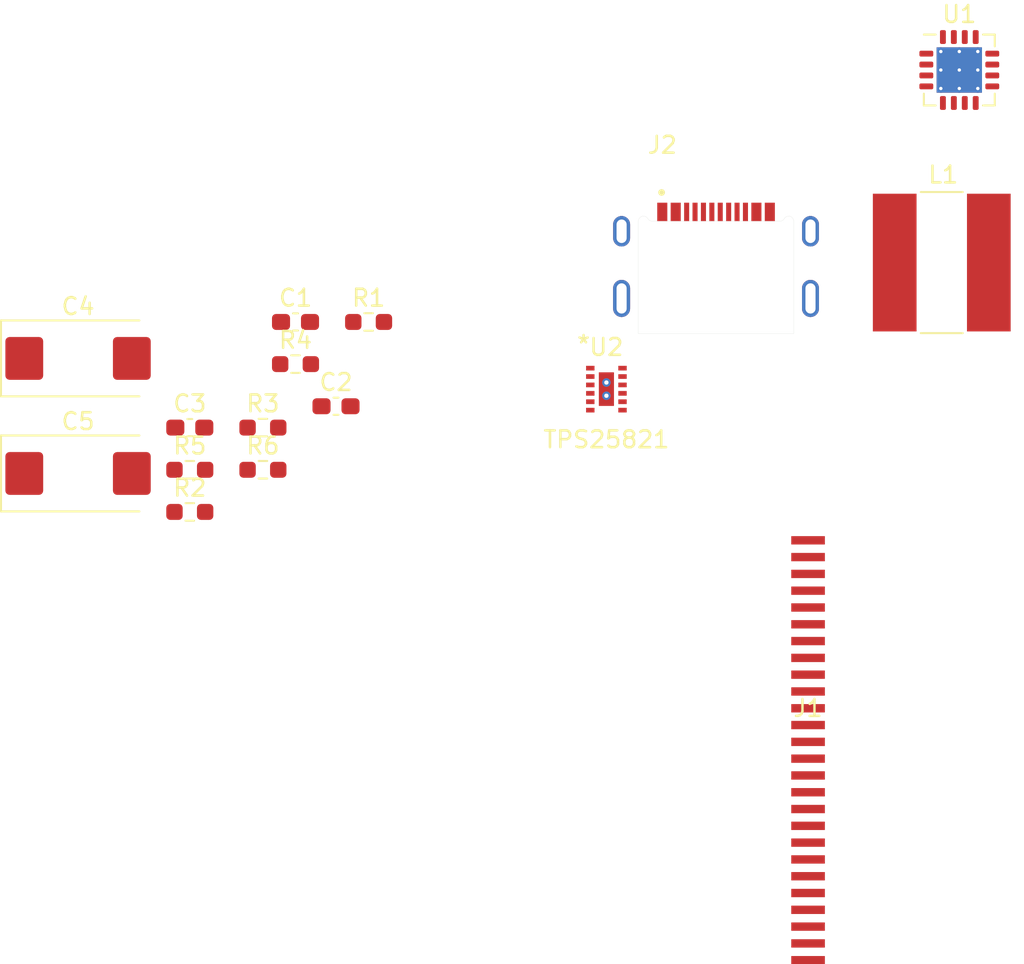
<source format=kicad_pcb>
(kicad_pcb (version 20211014) (generator pcbnew)
  (layers (0 "F.Cu" signal) (31 "B.Cu" signal) (34 "B.Paste" user) (35 "F.Paste" user) (36 "B.SilkS" user "B.Silkscreen") (37 "F.SilkS" user "F.Silkscreen") (38 "B.Mask" user) (39 "F.Mask" user) (44 "Edge.Cuts" user))
  (net 0 "")
  (net 1 "+3.3V")
  (net 2 "GND")
  (net 3 "+5V")
  (net 4 "Net-(J1-Pad12)")
  (net 5 "Net-(J1-Pad8)")
  (net 6 "Net-(J1-Pad7)")
  (net 7 "Net-(R3-Pad2)")
  (net 8 "Net-(R5-Pad2)")
  (net 9 "Net-(R6-Pad1)")
  (net 11 "Net-(L1-Pad1)")
  (net 13 "Net-(J2-PadA5)")
  (net 14 "/D+")
  (net 15 "/D-")
  (net 17 "Net-(J2-PadB5)")
  (net 22 "/VBUS")
  (footprint "Capacitor_SMD:C_0603_1608Metric_Pad1.08x0.95mm_HandSolder" (layer "F.Cu") (at 107.21 74.79)
    (fp_text reference "C3" (at 0 -1.43) (layer "F.SilkS"))
    (fp_text value "2.2uF")
    (fp_line (start -0.146267 -0.51) (end 0.146267 -0.51) (layer "F.SilkS") (width 0.12))
    (fp_line (start -0.146267 0.51) (end 0.146267 0.51) (layer "F.SilkS") (width 0.12))
    (pad "1" smd roundrect (at -0.8625 0) (size 1.075 0.95) (layers "F.Cu" "F.Paste" "F.Mask") (net 3 "+5V"))
    (pad "2" smd roundrect (at 0.8625 0) (size 1.075 0.95) (layers "F.Cu" "F.Paste" "F.Mask") (net 2 "GND"))
  )
  (footprint "Resistor_SMD:R_0603_1608Metric_Pad0.98x0.95mm_HandSolder" (layer "F.Cu") (at 107.21 79.81)
    (fp_text reference "R2" (at 0 -1.43) (layer "F.SilkS"))
    (fp_text value "5k")
    (fp_line (start -0.254724 0.5225) (end 0.254724 0.5225) (layer "F.SilkS") (width 0.12))
    (fp_line (start -0.254724 -0.5225) (end 0.254724 -0.5225) (layer "F.SilkS") (width 0.12))
    (pad "1" smd roundrect (at -0.9125 0) (size 0.975 0.95) (layers "F.Cu" "F.Paste" "F.Mask") (net 4 "Net-(J1-Pad12)"))
    (pad "2" smd roundrect (at 0.9125 0) (size 0.975 0.95) (layers "F.Cu" "F.Paste" "F.Mask") (net 6 "Net-(J1-Pad7)"))
  )
  (footprint "Resistor_SMD:R_0603_1608Metric_Pad0.98x0.95mm_HandSolder" (layer "F.Cu") (at 107.21 77.3)
    (fp_text reference "R5" (at 0 -1.43) (layer "F.SilkS"))
    (fp_text value "100k")
    (fp_line (start -0.254724 0.5225) (end 0.254724 0.5225) (layer "F.SilkS") (width 0.12))
    (fp_line (start -0.254724 -0.5225) (end 0.254724 -0.5225) (layer "F.SilkS") (width 0.12))
    (pad "1" smd roundrect (at -0.9125 0) (size 0.975 0.95) (layers "F.Cu" "F.Paste" "F.Mask") (net 3 "+5V"))
    (pad "2" smd roundrect (at 0.9125 0) (size 0.975 0.95) (layers "F.Cu" "F.Paste" "F.Mask") (net 8 "Net-(R5-Pad2)"))
  )
  (footprint "Capacitor_SMD:C_0603_1608Metric_Pad1.08x0.95mm_HandSolder" (layer "F.Cu") (at 113.5 68.5)
    (fp_text reference "C1" (at 0 -1.43) (layer "F.SilkS"))
    (fp_text value "10uF")
    (fp_line (start -0.146267 0.51) (end 0.146267 0.51) (layer "F.SilkS") (width 0.12))
    (fp_line (start -0.146267 -0.51) (end 0.146267 -0.51) (layer "F.SilkS") (width 0.12))
    (pad "1" smd roundrect (at -0.8625 0) (size 1.075 0.95) (layers "F.Cu" "F.Paste" "F.Mask") (net 1 "+3.3V"))
    (pad "2" smd roundrect (at 0.8625 0) (size 1.075 0.95) (layers "F.Cu" "F.Paste" "F.Mask") (net 2 "GND"))
  )
  (footprint "tahnok:TPS25821DSSR" (layer "F.Cu") (at 132 72.5)
    (fp_text reference "U2" (at 0 -2.5) (layer "F.SilkS"))
    (fp_text value "TPS25821" (at 0 3) (layer "F.SilkS"))
    (fp_text user "*" (at -1.358737 -2.672908) (layer "F.SilkS"))
    (pad "1" smd rect (at -0.958723 -1.25) (size 0.500126 0.279908) (layers "F.Cu" "F.Paste" "F.Mask") (net 3 "+5V"))
    (pad "2" smd rect (at -0.958723 -0.750001) (size 0.500126 0.279908) (layers "F.Cu" "F.Paste" "F.Mask") (net 3 "+5V"))
    (pad "3" smd rect (at -0.958723 -0.25) (size 0.500126 0.279908) (layers "F.Cu" "F.Paste" "F.Mask") (net 2 "GND"))
    (pad "4" smd rect (at -0.958723 0.25) (size 0.500126 0.279908) (layers "F.Cu" "F.Paste" "F.Mask") (net 8 "Net-(R5-Pad2)"))
    (pad "5" smd rect (at -0.958723 0.750001) (size 0.500126 0.279908) (layers "F.Cu" "F.Paste" "F.Mask"))
    (pad "6" smd rect (at -0.958723 1.25) (size 0.500126 0.279908) (layers "F.Cu" "F.Paste" "F.Mask"))
    (pad "7" smd rect (at 0.958723 1.25) (size 0.500126 0.279908) (layers "F.Cu" "F.Paste" "F.Mask"))
    (pad "8" smd rect (at 0.958723 0.750001) (size 0.500126 0.279908) (layers "F.Cu" "F.Paste" "F.Mask") (net 9 "Net-(R6-Pad1)"))
    (pad "9" smd rect (at 0.958723 0.25) (size 0.500126 0.279908) (layers "F.Cu" "F.Paste" "F.Mask") (net 13 "Net-(J2-PadA5)"))
    (pad "10" smd rect (at 0.958723 -0.25) (size 0.500126 0.279908) (layers "F.Cu" "F.Paste" "F.Mask") (net 2 "GND"))
    (pad "11" smd rect (at 0.958723 -0.750001) (size 0.500126 0.279908) (layers "F.Cu" "F.Paste" "F.Mask") (net 17 "Net-(J2-PadB5)"))
    (pad "12" smd rect (at 0.958723 -1.25) (size 0.500126 0.279908) (layers "F.Cu" "F.Paste" "F.Mask") (net 22 "/VBUS"))
    (pad "13" smd rect (at 0 0) (size 0.9 2) (layers "F.Cu" "F.Paste" "F.Mask") (net 2 "GND"))
    (pad "V" thru_hole circle (at 0 -0.3937) (size 0.508 0.508) (drill 0.254) (layers *.Cu *.Mask))
    (pad "V" thru_hole circle (at 0 0.3937) (size 0.508 0.508) (drill 0.254) (layers *.Cu *.Mask))
  )
  (footprint "tahnok:MOLEX_2169900003_usb_c" (layer "F.Cu") (at 138.524514 67.0998)
    (fp_text reference "J2" (at -3.195 -9.135) (layer "F.SilkS"))
    (fp_text value "USB_C_Receptacle_USB2.0")
    (fp_poly (pts (xy 5.12 -0.6) (xy 5.12 0.6) (xy 5.123 0.652) (xy 5.131 0.704) (xy 5.144 0.755) (xy 5.163 0.803) (xy 5.187 0.85) (xy 5.215 0.894) (xy 5.248 0.935) (xy 5.285 0.972) (xy 5.326 1.005) (xy 5.37 1.033) (xy 5.417 1.057) (xy 5.465 1.076) (xy 5.516 1.089) (xy 5.568 1.097) (xy 5.62 1.1) (xy 5.672 1.097) (xy 5.724 1.089) (xy 5.775 1.076) (xy 5.823 1.057) (xy 5.87 1.033) (xy 5.914 1.005) (xy 5.955 0.972) (xy 5.992 0.935) (xy 6.025 0.894) (xy 6.053 0.85) (xy 6.077 0.803) (xy 6.096 0.755) (xy 6.109 0.704) (xy 6.117 0.652) (xy 6.12 0.6) (xy 6.12 -0.6) (xy 6.117 -0.652) (xy 6.109 -0.704) (xy 6.096 -0.755) (xy 6.077 -0.803) (xy 6.053 -0.85) (xy 6.025 -0.894) (xy 5.992 -0.935) (xy 5.955 -0.972) (xy 5.914 -1.005) (xy 5.87 -1.033) (xy 5.823 -1.057) (xy 5.775 -1.076) (xy 5.724 -1.089) (xy 5.672 -1.097) (xy 5.62 -1.1) (xy 5.568 -1.097) (xy 5.516 -1.089) (xy 5.465 -1.076) (xy 5.417 -1.057) (xy 5.37 -1.033) (xy 5.326 -1.005) (xy 5.285 -0.972) (xy 5.248 -0.935) (xy 5.215 -0.894) (xy 5.187 -0.85) (xy 5.163 -0.803) (xy 5.144 -0.755) (xy 5.131 -0.704) (xy 5.123 -0.652) (xy 5.12 -0.6)) (layer "F.Cu") (width 0.01) (fill solid))
    (fp_poly (pts (xy -5.12 -3.6) (xy -5.123 -3.548) (xy -5.131 -3.496) (xy -5.144 -3.445) (xy -5.163 -3.397) (xy -5.187 -3.35) (xy -5.215 -3.306) (xy -5.248 -3.265) (xy -5.285 -3.228) (xy -5.326 -3.195) (xy -5.37 -3.167) (xy -5.417 -3.143) (xy -5.465 -3.124) (xy -5.516 -3.111) (xy -5.568 -3.103) (xy -5.62 -3.1) (xy -5.672 -3.103) (xy -5.724 -3.111) (xy -5.775 -3.124) (xy -5.823 -3.143) (xy -5.87 -3.167) (xy -5.914 -3.195) (xy -5.955 -3.228) (xy -5.992 -3.265) (xy -6.025 -3.306) (xy -6.053 -3.35) (xy -6.077 -3.397) (xy -6.096 -3.445) (xy -6.109 -3.496) (xy -6.117 -3.548) (xy -6.12 -3.6) (xy -6.12 -4.4) (xy -6.117 -4.452) (xy -6.109 -4.504) (xy -6.096 -4.555) (xy -6.077 -4.603) (xy -6.053 -4.65) (xy -6.025 -4.694) (xy -5.992 -4.735) (xy -5.955 -4.772) (xy -5.914 -4.805) (xy -5.87 -4.833) (xy -5.823 -4.857) (xy -5.775 -4.876) (xy -5.724 -4.889) (xy -5.672 -4.897) (xy -5.62 -4.9) (xy -5.568 -4.897) (xy -5.516 -4.889) (xy -5.465 -4.876) (xy -5.417 -4.857) (xy -5.37 -4.833) (xy -5.326 -4.805) (xy -5.285 -4.772) (xy -5.248 -4.735) (xy -5.215 -4.694) (xy -5.187 -4.65) (xy -5.163 -4.603) (xy -5.144 -4.555) (xy -5.131 -4.504) (xy -5.123 -4.452) (xy -5.12 -4.4) (xy -5.12 -3.6)) (layer "F.Cu") (width 0.01) (fill solid))
    (fp_poly (pts (xy 5.12 -4.4) (xy 5.12 -3.6) (xy 5.123 -3.548) (xy 5.131 -3.496) (xy 5.144 -3.445) (xy 5.163 -3.397) (xy 5.187 -3.35) (xy 5.215 -3.306) (xy 5.248 -3.265) (xy 5.285 -3.228) (xy 5.326 -3.195) (xy 5.37 -3.167) (xy 5.417 -3.143) (xy 5.465 -3.124) (xy 5.516 -3.111) (xy 5.568 -3.103) (xy 5.62 -3.1) (xy 5.672 -3.103) (xy 5.724 -3.111) (xy 5.775 -3.124) (xy 5.823 -3.143) (xy 5.87 -3.167) (xy 5.914 -3.195) (xy 5.955 -3.228) (xy 5.992 -3.265) (xy 6.025 -3.306) (xy 6.053 -3.35) (xy 6.077 -3.397) (xy 6.096 -3.445) (xy 6.109 -3.496) (xy 6.117 -3.548) (xy 6.12 -3.6) (xy 6.12 -4.4) (xy 6.117 -4.452) (xy 6.109 -4.504) (xy 6.096 -4.555) (xy 6.077 -4.603) (xy 6.053 -4.65) (xy 6.025 -4.694) (xy 5.992 -4.735) (xy 5.955 -4.772) (xy 5.914 -4.805) (xy 5.87 -4.833) (xy 5.823 -4.857) (xy 5.775 -4.876) (xy 5.724 -4.889) (xy 5.672 -4.897) (xy 5.62 -4.9) (xy 5.568 -4.897) (xy 5.516 -4.889) (xy 5.465 -4.876) (xy 5.417 -4.857) (xy 5.37 -4.833) (xy 5.326 -4.805) (xy 5.285 -4.772) (xy 5.248 -4.735) (xy 5.215 -4.694) (xy 5.187 -4.65) (xy 5.163 -4.603) (xy 5.144 -4.555) (xy 5.131 -4.504) (xy 5.123 -4.452) (xy 5.12 -4.4)) (layer "F.Cu") (width 0.01) (fill solid))
    (fp_poly (pts (xy -6.12 -0.6) (xy -6.12 0.6) (xy -6.117 0.652) (xy -6.109 0.704) (xy -6.096 0.755) (xy -6.077 0.803) (xy -6.053 0.85) (xy -6.025 0.894) (xy -5.992 0.935) (xy -5.955 0.972) (xy -5.914 1.005) (xy -5.87 1.033) (xy -5.823 1.057) (xy -5.775 1.076) (xy -5.724 1.089) (xy -5.672 1.097) (xy -5.62 1.1) (xy -5.568 1.097) (xy -5.516 1.089) (xy -5.465 1.076) (xy -5.417 1.057) (xy -5.37 1.033) (xy -5.326 1.005) (xy -5.285 0.972) (xy -5.248 0.935) (xy -5.215 0.894) (xy -5.187 0.85) (xy -5.163 0.803) (xy -5.144 0.755) (xy -5.131 0.704) (xy -5.123 0.652) (xy -5.12 0.6) (xy -5.12 -0.6) (xy -5.123 -0.652) (xy -5.131 -0.704) (xy -5.144 -0.755) (xy -5.163 -0.803) (xy -5.187 -0.85) (xy -5.215 -0.894) (xy -5.248 -0.935) (xy -5.285 -0.972) (xy -5.326 -1.005) (xy -5.37 -1.033) (xy -5.417 -1.057) (xy -5.465 -1.076) (xy -5.516 -1.089) (xy -5.568 -1.097) (xy -5.62 -1.1) (xy -5.672 -1.097) (xy -5.724 -1.089) (xy -5.775 -1.076) (xy -5.823 -1.057) (xy -5.87 -1.033) (xy -5.914 -1.005) (xy -5.955 -0.972) (xy -5.992 -0.935) (xy -6.025 -0.894) (xy -6.053 -0.85) (xy -6.077 -0.803) (xy -6.096 -0.755) (xy -6.109 -0.704) (xy -6.117 -0.652) (xy -6.12 -0.6)) (layer "F.Cu") (width 0.01) (fill solid))
    (fp_poly (pts (xy 5.12 -4.4) (xy 5.12 -3.6) (xy 5.123 -3.548) (xy 5.131 -3.496) (xy 5.144 -3.445) (xy 5.163 -3.397) (xy 5.187 -3.35) (xy 5.215 -3.306) (xy 5.248 -3.265) (xy 5.285 -3.228) (xy 5.326 -3.195) (xy 5.37 -3.167) (xy 5.417 -3.143) (xy 5.465 -3.124) (xy 5.516 -3.111) (xy 5.568 -3.103) (xy 5.62 -3.1) (xy 5.672 -3.103) (xy 5.724 -3.111) (xy 5.775 -3.124) (xy 5.823 -3.143) (xy 5.87 -3.167) (xy 5.914 -3.195) (xy 5.955 -3.228) (xy 5.992 -3.265) (xy 6.025 -3.306) (xy 6.053 -3.35) (xy 6.077 -3.397) (xy 6.096 -3.445) (xy 6.109 -3.496) (xy 6.117 -3.548) (xy 6.12 -3.6) (xy 6.12 -4.4) (xy 6.117 -4.452) (xy 6.109 -4.504) (xy 6.096 -4.555) (xy 6.077 -4.603) (xy 6.053 -4.65) (xy 6.025 -4.694) (xy 5.992 -4.735) (xy 5.955 -4.772) (xy 5.914 -4.805) (xy 5.87 -4.833) (xy 5.823 -4.857) (xy 5.775 -4.876) (xy 5.724 -4.889) (xy 5.672 -4.897) (xy 5.62 -4.9) (xy 5.568 -4.897) (xy 5.516 -4.889) (xy 5.465 -4.876) (xy 5.417 -4.857) (xy 5.37 -4.833) (xy 5.326 -4.805) (xy 5.285 -4.772) (xy 5.248 -4.735) (xy 5.215 -4.694) (xy 5.187 -4.65) (xy 5.163 -4.603) (xy 5.144 -4.555) (xy 5.131 -4.504) (xy 5.123 -4.452) (xy 5.12 -4.4)) (layer "B.Cu") (width 0.01) (fill solid))
    (fp_poly (pts (xy -5.12 -3.6) (xy -5.123 -3.548) (xy -5.131 -3.496) (xy -5.144 -3.445) (xy -5.163 -3.397) (xy -5.187 -3.35) (xy -5.215 -3.306) (xy -5.248 -3.265) (xy -5.285 -3.228) (xy -5.326 -3.195) (xy -5.37 -3.167) (xy -5.417 -3.143) (xy -5.465 -3.124) (xy -5.516 -3.111) (xy -5.568 -3.103) (xy -5.62 -3.1) (xy -5.672 -3.103) (xy -5.724 -3.111) (xy -5.775 -3.124) (xy -5.823 -3.143) (xy -5.87 -3.167) (xy -5.914 -3.195) (xy -5.955 -3.228) (xy -5.992 -3.265) (xy -6.025 -3.306) (xy -6.053 -3.35) (xy -6.077 -3.397) (xy -6.096 -3.445) (xy -6.109 -3.496) (xy -6.117 -3.548) (xy -6.12 -3.6) (xy -6.12 -4.4) (xy -6.117 -4.452) (xy -6.109 -4.504) (xy -6.096 -4.555) (xy -6.077 -4.603) (xy -6.053 -4.65) (xy -6.025 -4.694) (xy -5.992 -4.735) (xy -5.955 -4.772) (xy -5.914 -4.805) (xy -5.87 -4.833) (xy -5.823 -4.857) (xy -5.775 -4.876) (xy -5.724 -4.889) (xy -5.672 -4.897) (xy -5.62 -4.9) (xy -5.568 -4.897) (xy -5.516 -4.889) (xy -5.465 -4.876) (xy -5.417 -4.857) (xy -5.37 -4.833) (xy -5.326 -4.805) (xy -5.285 -4.772) (xy -5.248 -4.735) (xy -5.215 -4.694) (xy -5.187 -4.65) (xy -5.163 -4.603) (xy -5.144 -4.555) (xy -5.131 -4.504) (xy -5.123 -4.452) (xy -5.12 -4.4) (xy -5.12 -3.6)) (layer "B.Cu") (width 0.01) (fill solid))
    (fp_poly (pts (xy -6.12 -0.6) (xy -6.12 0.6) (xy -6.117 0.652) (xy -6.109 0.704) (xy -6.096 0.755) (xy -6.077 0.803) (xy -6.053 0.85) (xy -6.025 0.894) (xy -5.992 0.935) (xy -5.955 0.972) (xy -5.914 1.005) (xy -5.87 1.033) (xy -5.823 1.057) (xy -5.775 1.076) (xy -5.724 1.089) (xy -5.672 1.097) (xy -5.62 1.1) (xy -5.568 1.097) (xy -5.516 1.089) (xy -5.465 1.076) (xy -5.417 1.057) (xy -5.37 1.033) (xy -5.326 1.005) (xy -5.285 0.972) (xy -5.248 0.935) (xy -5.215 0.894) (xy -5.187 0.85) (xy -5.163 0.803) (xy -5.144 0.755) (xy -5.131 0.704) (xy -5.123 0.652) (xy -5.12 0.6) (xy -5.12 -0.6) (xy -5.123 -0.652) (xy -5.131 -0.704) (xy -5.144 -0.755) (xy -5.163 -0.803) (xy -5.187 -0.85) (xy -5.215 -0.894) (xy -5.248 -0.935) (xy -5.285 -0.972) (xy -5.326 -1.005) (xy -5.37 -1.033) (xy -5.417 -1.057) (xy -5.465 -1.076) (xy -5.516 -1.089) (xy -5.568 -1.097) (xy -5.62 -1.1) (xy -5.672 -1.097) (xy -5.724 -1.089) (xy -5.775 -1.076) (xy -5.823 -1.057) (xy -5.87 -1.033) (xy -5.914 -1.005) (xy -5.955 -0.972) (xy -5.992 -0.935) (xy -6.025 -0.894) (xy -6.053 -0.85) (xy -6.077 -0.803) (xy -6.096 -0.755) (xy -6.109 -0.704) (xy -6.117 -0.652) (xy -6.12 -0.6)) (layer "B.Cu") (width 0.01) (fill solid))
    (fp_poly (pts (xy 5.12 -0.6) (xy 5.12 0.6) (xy 5.123 0.652) (xy 5.131 0.704) (xy 5.144 0.755) (xy 5.163 0.803) (xy 5.187 0.85) (xy 5.215 0.894) (xy 5.248 0.935) (xy 5.285 0.972) (xy 5.326 1.005) (xy 5.37 1.033) (xy 5.417 1.057) (xy 5.465 1.076) (xy 5.516 1.089) (xy 5.568 1.097) (xy 5.62 1.1) (xy 5.672 1.097) (xy 5.724 1.089) (xy 5.775 1.076) (xy 5.823 1.057) (xy 5.87 1.033) (xy 5.914 1.005) (xy 5.955 0.972) (xy 5.992 0.935) (xy 6.025 0.894) (xy 6.053 0.85) (xy 6.077 0.803) (xy 6.096 0.755) (xy 6.109 0.704) (xy 6.117 0.652) (xy 6.12 0.6) (xy 6.12 -0.6) (xy 6.117 -0.652) (xy 6.109 -0.704) (xy 6.096 -0.755) (xy 6.077 -0.803) (xy 6.053 -0.85) (xy 6.025 -0.894) (xy 5.992 -0.935) (xy 5.955 -0.972) (xy 5.914 -1.005) (xy 5.87 -1.033) (xy 5.823 -1.057) (xy 5.775 -1.076) (xy 5.724 -1.089) (xy 5.672 -1.097) (xy 5.62 -1.1) (xy 5.568 -1.097) (xy 5.516 -1.089) (xy 5.465 -1.076) (xy 5.417 -1.057) (xy 5.37 -1.033) (xy 5.326 -1.005) (xy 5.285 -0.972) (xy 5.248 -0.935) (xy 5.215 -0.894) (xy 5.187 -0.85) (xy 5.163 -0.803) (xy 5.144 -0.755) (xy 5.131 -0.704) (xy 5.123 -0.652) (xy 5.12 -0.6)) (layer "B.Cu") (width 0.01) (fill solid))
    (fp_circle (center -3.24 -6.31) (end -3.14 -6.31) (layer "F.SilkS") (width 0.2) (fill none))
    (fp_line (start 4.62 2.1) (end 4.62 -4.6) (layer "Edge.Cuts") (width 0.01))
    (fp_line (start -3.80038 -4.6) (end 3.80038 -4.6) (layer "Edge.Cuts") (width 0.01))
    (fp_line (start -4.62 2.1) (end -4.62 -4.6) (layer "Edge.Cuts") (width 0.01))
    (fp_line (start -4.62 2.1) (end 4.62 2.1) (layer "Edge.Cuts") (width 0.01))
    (fp_arc (start 4.06019 -4.75) (mid 3.95038 -4.640198) (end 3.80038 -4.6) (layer "Edge.Cuts") (width 0.01))
    (fp_arc (start -3.80038 -4.6) (mid -3.950382 -4.640191) (end -4.060191 -4.75) (layer "Edge.Cuts") (width 0.01))
    (fp_arc (start -4.62 -4.6) (mid -4.397645 -4.889779) (end -4.060191 -4.75) (layer "Edge.Cuts") (width 0.01))
    (fp_arc (start 4.06019 -4.75) (mid 4.397645 -4.88978) (end 4.62 -4.600001) (layer "Edge.Cuts") (width 0.01))
    (pad "A1_B12" smd rect (at -3.2 -5.15) (size 0.6 1.1) (layers "F.Cu" "F.Paste" "F.Mask") (net 2 "GND"))
    (pad "A4_B9" smd rect (at -2.4 -5.15) (size 0.6 1.1) (layers "F.Cu" "F.Paste" "F.Mask") (net 22 "/VBUS"))
    (pad "A5" smd rect (at -1.25 -5.15) (size 0.3 1.1) (layers "F.Cu" "F.Paste" "F.Mask") (net 13 "Net-(J2-PadA5)"))
    (pad "A6" smd rect (at -0.25 -5.15) (size 0.3 1.1) (layers "F.Cu" "F.Paste" "F.Mask") (net 14 "/D+"))
    (pad "A7" smd rect (at 0.25 -5.15) (size 0.3 1.1) (layers "F.Cu" "F.Paste" "F.Mask") (net 15 "/D-"))
    (pad "A8" smd rect (at 1.25 -5.15) (size 0.3 1.1) (layers "F.Cu" "F.Paste" "F.Mask"))
    (pad "B1_A12" smd rect (at 3.2 -5.15) (size 0.6 1.1) (layers "F.Cu" "F.Paste" "F.Mask") (net 2 "GND"))
    (pad "B4_A9" smd rect (at 2.4 -5.15) (size 0.6 1.1) (layers "F.Cu" "F.Paste" "F.Mask") (net 22 "/VBUS"))
    (pad "B5" smd rect (at 1.75 -5.15) (size 0.3 1.1) (layers "F.Cu" "F.Paste" "F.Mask") (net 17 "Net-(J2-PadB5)"))
    (pad "B6" smd rect (at 0.75 -5.15) (size 0.3 1.1) (layers "F.Cu" "F.Paste" "F.Mask") (net 14 "/D+"))
    (pad "B7" smd rect (at -0.75 -5.15) (size 0.3 1.1) (layers "F.Cu" "F.Paste" "F.Mask") (net 15 "/D-"))
    (pad "B8" smd rect (at -1.75 -5.15) (size 0.3 1.1) (layers "F.Cu" "F.Paste" "F.Mask"))
    (pad "S1" thru_hole oval (at -5.62 0) (size 1 2) (drill oval 0.6 1.8) (layers *.Cu) (net 2 "GND"))
    (pad "S2" thru_hole oval (at 5.62 0) (size 1 2) (drill oval 0.6 1.8) (layers *.Cu))
    (pad "S3" thru_hole oval (at -5.62 -4) (size 0.9 1.8) (drill oval 0.6 1.4) (layers *.Cu))
    (pad "S4" thru_hole oval (at 5.62 -4) (size 0.9 1.8) (drill oval 0.6 1.4) (layers *.Cu))
  )
  (footprint "Capacitor_SMD:C_0603_1608Metric_Pad1.08x0.95mm_HandSolder" (layer "F.Cu") (at 115.91 73.52)
    (fp_text reference "C2" (at 0 -1.43) (layer "F.SilkS"))
    (fp_text value "0.1uF")
    (fp_line (start -0.146267 -0.51) (end 0.146267 -0.51) (layer "F.SilkS") (width 0.12))
    (fp_line (start -0.146267 0.51) (end 0.146267 0.51) (layer "F.SilkS") (width 0.12))
    (pad "1" smd roundrect (at -0.8625 0) (size 1.075 0.95) (layers "F.Cu" "F.Paste" "F.Mask") (net 1 "+3.3V"))
    (pad "2" smd roundrect (at 0.8625 0) (size 1.075 0.95) (layers "F.Cu" "F.Paste" "F.Mask") (net 2 "GND"))
  )
  (footprint "Resistor_SMD:R_0603_1608Metric_Pad0.98x0.95mm_HandSolder" (layer "F.Cu") (at 117.85 68.5)
    (fp_text reference "R1" (at 0 -1.43) (layer "F.SilkS"))
    (fp_text value "5k")
    (fp_line (start -0.254724 -0.5225) (end 0.254724 -0.5225) (layer "F.SilkS") (width 0.12))
    (fp_line (start -0.254724 0.5225) (end 0.254724 0.5225) (layer "F.SilkS") (width 0.12))
    (pad "1" smd roundrect (at -0.9125 0) (size 0.975 0.95) (layers "F.Cu" "F.Paste" "F.Mask") (net 4 "Net-(J1-Pad12)"))
    (pad "2" smd roundrect (at 0.9125 0) (size 0.975 0.95) (layers "F.Cu" "F.Paste" "F.Mask") (net 5 "Net-(J1-Pad8)"))
  )
  (footprint "Resistor_SMD:R_0603_1608Metric_Pad0.98x0.95mm_HandSolder" (layer "F.Cu") (at 111.56 77.3)
    (fp_text reference "R6" (at 0 -1.43) (layer "F.SilkS"))
    (fp_text value "100k")
    (fp_line (start -0.254724 0.5225) (end 0.254724 0.5225) (layer "F.SilkS") (width 0.12))
    (fp_line (start -0.254724 -0.5225) (end 0.254724 -0.5225) (layer "F.SilkS") (width 0.12))
    (pad "1" smd roundrect (at -0.9125 0) (size 0.975 0.95) (layers "F.Cu" "F.Paste" "F.Mask") (net 9 "Net-(R6-Pad1)"))
    (pad "2" smd roundrect (at 0.9125 0) (size 0.975 0.95) (layers "F.Cu" "F.Paste" "F.Mask") (net 2 "GND"))
  )
  (footprint "Inductor_SMD:L_Bourns-SRN8040_8x8.15mm" (layer "F.Cu") (at 151.956014 64.9648)
    (fp_text reference "L1" (at 0.09 -5.23) (layer "F.SilkS"))
    (fp_text value "6.8uH @ 2A")
    (fp_line (start -1.25 4.2) (end 1.25 4.2) (layer "F.SilkS") (width 0.12))
    (fp_line (start 1.25 -4.2) (end -1.25 -4.2) (layer "F.SilkS") (width 0.12))
    (pad "1" smd rect (at -2.8 0) (size 2.6 8.2) (layers "F.Cu" "F.Paste" "F.Mask") (net 11 "Net-(L1-Pad1)"))
    (pad "2" smd rect (at 2.8 0) (size 2.6 8.2) (layers "F.Cu" "F.Paste" "F.Mask") (net 1 "+3.3V"))
  )
  (footprint "Capacitor_Tantalum_SMD:CP_EIA-7343-20_Kemet-V_Pad2.25x2.55mm_HandSolder" (layer "F.Cu") (at 100.56 77.52)
    (fp_text reference "C5" (at 0 -3.1) (layer "F.SilkS"))
    (fp_text value "100uF")
    (fp_line (start -4.585 -2.26) (end -4.585 2.26) (layer "F.SilkS") (width 0.12))
    (fp_line (start 3.65 -2.26) (end -4.585 -2.26) (layer "F.SilkS") (width 0.12))
    (fp_line (start -4.585 2.26) (end 3.65 2.26) (layer "F.SilkS") (width 0.12))
    (pad "1" smd roundrect (at -3.2 0) (size 2.25 2.55) (layers "F.Cu" "F.Paste" "F.Mask") (roundrect_rratio 0.111111) (net 3 "+5V"))
    (pad "2" smd roundrect (at 3.2 0) (size 2.25 2.55) (layers "F.Cu" "F.Paste" "F.Mask") (roundrect_rratio 0.111111) (net 2 "GND"))
  )
  (footprint "Capacitor_Tantalum_SMD:CP_EIA-7343-20_Kemet-V_Pad2.25x2.55mm_HandSolder" (layer "F.Cu") (at 100.56 70.67)
    (fp_text reference "C4" (at 0 -3.1) (layer "F.SilkS"))
    (fp_text value "100uF")
    (fp_line (start -4.585 2.26) (end 3.65 2.26) (layer "F.SilkS") (width 0.12))
    (fp_line (start 3.65 -2.26) (end -4.585 -2.26) (layer "F.SilkS") (width 0.12))
    (fp_line (start -4.585 -2.26) (end -4.585 2.26) (layer "F.SilkS") (width 0.12))
    (pad "1" smd roundrect (at -3.2 0) (size 2.25 2.55) (layers "F.Cu" "F.Paste" "F.Mask") (roundrect_rratio 0.111111) (net 3 "+5V"))
    (pad "2" smd roundrect (at 3.2 0) (size 2.25 2.55) (layers "F.Cu" "F.Paste" "F.Mask") (roundrect_rratio 0.111111) (net 2 "GND"))
  )
  (footprint "Resistor_SMD:R_0603_1608Metric_Pad0.98x0.95mm_HandSolder" (layer "F.Cu") (at 113.5 71.01)
    (fp_text reference "R4" (at 0 -1.43) (layer "F.SilkS"))
    (fp_text value "200K")
    (fp_line (start -0.254724 0.5225) (end 0.254724 0.5225) (layer "F.SilkS") (width 0.12))
    (fp_line (start -0.254724 -0.5225) (end 0.254724 -0.5225) (layer "F.SilkS") (width 0.12))
    (pad "1" smd roundrect (at -0.9125 0) (size 0.975 0.95) (layers "F.Cu" "F.Paste" "F.Mask") (net 7 "Net-(R3-Pad2)"))
    (pad "2" smd roundrect (at 0.9125 0) (size 0.975 0.95) (layers "F.Cu" "F.Paste" "F.Mask") (net 2 "GND"))
  )
  (footprint "Resistor_SMD:R_0603_1608Metric_Pad0.98x0.95mm_HandSolder" (layer "F.Cu") (at 111.56 74.79)
    (fp_text reference "R3" (at 0 -1.43) (layer "F.SilkS"))
    (fp_text value "1.87M")
    (fp_line (start -0.254724 -0.5225) (end 0.254724 -0.5225) (layer "F.SilkS") (width 0.12))
    (fp_line (start -0.254724 0.5225) (end 0.254724 0.5225) (layer "F.SilkS") (width 0.12))
    (pad "1" smd roundrect (at -0.9125 0) (size 0.975 0.95) (layers "F.Cu" "F.Paste" "F.Mask") (net 3 "+5V"))
    (pad "2" smd roundrect (at 0.9125 0) (size 0.975 0.95) (layers "F.Cu" "F.Paste" "F.Mask") (net 7 "Net-(R3-Pad2)"))
  )
  (footprint "Package_DFN_QFN:Texas_S-PVQFN-N16_EP2.7x2.7mm_ThermalVias" (layer "F.Cu") (at 153 53.5)
    (fp_text reference "U1" (at 0 -3.32) (layer "F.SilkS"))
    (fp_text value "TPS61090")
    (fp_line (start -1.41 2.11) (end -2.11 2.11) (layer "F.SilkS") (width 0.12))
    (fp_line (start 1.41 2.11) (end 2.11 2.11) (layer "F.SilkS") (width 0.12))
    (fp_line (start 1.41 -2.11) (end 2.11 -2.11) (layer "F.SilkS") (width 0.12))
    (fp_line (start -1.41 -2.11) (end -2.11 -2.11) (layer "F.SilkS") (width 0.12))
    (fp_line (start 2.11 -2.11) (end 2.11 -1.41) (layer "F.SilkS") (width 0.12))
    (fp_line (start -2.11 2.11) (end -2.11 1.41) (layer "F.SilkS") (width 0.12))
    (fp_line (start 2.11 2.11) (end 2.11 1.41) (layer "F.SilkS") (width 0.12))
    (pad "1" smd roundrect (at -1.9625 -0.975) (size 0.825 0.35) (layers "F.Cu" "F.Paste" "F.Mask") (net 3 "+5V"))
    (pad "2" smd roundrect (at -1.9625 -0.325) (size 0.825 0.35) (layers "F.Cu" "F.Paste" "F.Mask"))
    (pad "3" smd roundrect (at -1.9625 0.325) (size 0.825 0.35) (layers "F.Cu" "F.Paste" "F.Mask") (net 11 "Net-(L1-Pad1)"))
    (pad "4" smd roundrect (at -1.9625 0.975) (size 0.825 0.35) (layers "F.Cu" "F.Paste" "F.Mask") (net 11 "Net-(L1-Pad1)"))
    (pad "5" smd roundrect (at -0.975 1.9625) (size 0.35 0.825) (layers "F.Cu" "F.Paste" "F.Mask") (net 2 "GND"))
    (pad "6" smd roundrect (at -0.325 1.9625) (size 0.35 0.825) (layers "F.Cu" "F.Paste" "F.Mask") (net 2 "GND"))
    (pad "7" smd roundrect (at 0.325 1.9625) (size 0.35 0.825) (layers "F.Cu" "F.Paste" "F.Mask") (net 2 "GND"))
    (pad "8" smd roundrect (at 0.975 1.9625) (size 0.35 0.825) (layers "F.Cu" "F.Paste" "F.Mask") (net 1 "+3.3V"))
    (pad "9" smd roundrect (at 1.9625 0.975) (size 0.825 0.35) (layers "F.Cu" "F.Paste" "F.Mask") (net 2 "GND"))
    (pad "10" smd roundrect (at 1.9625 0.325) (size 0.825 0.35) (layers "F.Cu" "F.Paste" "F.Mask") (net 2 "GND"))
    (pad "11" smd roundrect (at 1.9625 -0.325) (size 0.825 0.35) (layers "F.Cu" "F.Paste" "F.Mask") (net 1 "+3.3V"))
    (pad "12" smd roundrect (at 1.9625 -0.975) (size 0.825 0.35) (layers "F.Cu" "F.Paste" "F.Mask"))
    (pad "13" smd roundrect (at 0.975 -1.9625) (size 0.35 0.825) (layers "F.Cu" "F.Paste" "F.Mask") (net 2 "GND"))
    (pad "14" smd roundrect (at 0.325 -1.9625) (size 0.35 0.825) (layers "F.Cu" "F.Paste" "F.Mask") (net 7 "Net-(R3-Pad2)"))
    (pad "15" smd roundrect (at -0.325 -1.9625) (size 0.35 0.825) (layers "F.Cu" "F.Paste" "F.Mask") (net 3 "+5V"))
    (pad "16" smd roundrect (at -0.975 -1.9625) (size 0.35 0.825) (layers "F.Cu" "F.Paste" "F.Mask") (net 3 "+5V"))
    (pad "17" thru_hole circle (at -1.1 0) (size 0.5 0.5) (drill 0.2) (layers *.Cu) (net 2 "GND"))
    (pad "17" thru_hole circle (at 0 1.1) (size 0.5 0.5) (drill 0.2) (layers *.Cu) (net 2 "GND"))
    (pad "17" thru_hole circle (at -1.1 1.1) (size 0.5 0.5) (drill 0.2) (layers *.Cu) (net 2 "GND"))
    (pad "17" thru_hole circle (at 1.1 -1.1) (size 0.5 0.5) (drill 0.2) (layers *.Cu) (net 2 "GND"))
    (pad "17" smd rect (at 0 0) (size 2.7 2.7) (layers "F.Cu" "F.Mask") (net 2 "GND"))
    (pad "17" thru_hole circle (at 1.1 0) (size 0.5 0.5) (drill 0.2) (layers *.Cu) (net 2 "GND"))
    (pad "17" thru_hole circle (at 1.1 1.1) (size 0.5 0.5) (drill 0.2) (layers *.Cu) (net 2 "GND"))
    (pad "17" smd rect (at 0 0) (size 2.7 2.7) (layers "B.Cu") (net 2 "GND"))
    (pad "17" thru_hole circle (at -1.1 -1.1) (size 0.5 0.5) (drill 0.2) (layers *.Cu) (net 2 "GND"))
    (pad "17" thru_hole circle (at 0 0) (size 0.5 0.5) (drill 0.2) (layers *.Cu) (net 2 "GND"))
    (pad "17" thru_hole circle (at 0 -1.1) (size 0.5 0.5) (drill 0.2) (layers *.Cu) (net 2 "GND"))
  )
  (footprint "tahnok:ExpressCard_easyeda" (layer "F.Cu") (at 144 81.5)
    (fp_text reference "J1" (at 0 10) (layer "F.SilkS"))
    (fp_text value "ExpressCard")
    (pad "1" smd custom (at 0 0) (size 0.001 0.001) (layers "F.Cu" "F.Paste" "F.Mask") (net 2 "GND") (options (clearance outline) (anchor circle)) (primitives (gr_poly (pts (xy -1.00076 -0.24892) (xy 1.00076 -0.24892) (xy 1.00076 0.24892) (xy -1.00076 0.24892)) (width 0) (fill yes))))
    (pad "2" smd custom (at 0 1.00076) (size 0.001 0.001) (layers "F.Cu" "F.Paste" "F.Mask") (net 15 "/D-") (options (clearance outline) (anchor circle)) (primitives (gr_poly (pts (xy -1.00076 -0.249682) (xy 1.00076 -0.249682) (xy 1.00076 0.248158) (xy -1.00076 0.248158)) (width 0) (fill yes))))
    (pad "3" smd custom (at 0 1.99898) (size 0.001 0.001) (layers "F.Cu" "F.Paste" "F.Mask") (net 14 "/D+") (options (clearance outline) (anchor circle)) (primitives (gr_poly (pts (xy -1.00076 -0.247904) (xy 1.00076 -0.247904) (xy 1.00076 0.249936) (xy -1.00076 0.249936)) (width 0) (fill yes))))
    (pad "4" smd custom (at 0 2.99974) (size 0.001 0.001) (layers "F.Cu" "F.Paste" "F.Mask") (net 2 "GND") (options (clearance outline) (anchor circle)) (primitives (gr_poly (pts (xy -1.00076 -0.248666) (xy 1.00076 -0.248666) (xy 1.00076 0.249174) (xy -1.00076 0.249174)) (width 0) (fill yes))))
    (pad "5" smd custom (at 0 4.0005) (size 0.001 0.001) (layers "F.Cu" "F.Paste" "F.Mask") (options (clearance outline) (anchor circle)) (primitives (gr_poly (pts (xy -1.00076 -0.249428) (xy 1.00076 -0.249428) (xy 1.00076 0.248412) (xy -1.00076 0.248412)) (width 0) (fill yes))))
    (pad "6" smd custom (at 0 5.00126) (size 0.001 0.001) (layers "F.Cu" "F.Paste" "F.Mask") (options (clearance outline) (anchor circle)) (primitives (gr_poly (pts (xy -1.00076 -0.25019) (xy 1.00076 -0.25019) (xy 1.00076 0.24765) (xy -1.00076 0.24765)) (width 0) (fill yes))))
    (pad "7" smd custom (at 0 5.99948) (size 0.001 0.001) (layers "F.Cu" "F.Paste" "F.Mask") (net 6 "Net-(J1-Pad7)") (options (clearance outline) (anchor circle)) (primitives (gr_poly (pts (xy -1.00076 -0.248412) (xy 1.00076 -0.248412) (xy 1.00076 0.249428) (xy -1.00076 0.249428)) (width 0) (fill yes))))
    (pad "8" smd custom (at 0 7.00024) (size 0.001 0.001) (layers "F.Cu" "F.Paste" "F.Mask") (net 5 "Net-(J1-Pad8)") (options (clearance outline) (anchor circle)) (primitives (gr_poly (pts (xy -1.00076 -0.249174) (xy 1.00076 -0.249174) (xy 1.00076 0.248666) (xy -1.00076 0.248666)) (width 0) (fill yes))))
    (pad "9" smd custom (at 0 8.001) (size 0.001 0.001) (layers "F.Cu" "F.Paste" "F.Mask") (options (clearance outline) (anchor circle)) (primitives (gr_poly (pts (xy -1.00076 -0.249936) (xy 1.00076 -0.249936) (xy 1.00076 0.247904) (xy -1.00076 0.247904)) (width 0) (fill yes))))
    (pad "10" smd custom (at 0 8.99922) (size 0.001 0.001) (layers "F.Cu" "F.Paste" "F.Mask") (options (clearance outline) (anchor circle)) (primitives (gr_poly (pts (xy -1.00076 -0.248158) (xy 1.00076 -0.248158) (xy 1.00076 0.249682) (xy -1.00076 0.249682)) (width 0) (fill yes))))
    (pad "11" smd custom (at 0 9.99998) (size 0.001 0.001) (layers "F.Cu" "F.Paste" "F.Mask") (options (clearance outline) (anchor circle)) (primitives (gr_poly (pts (xy -1.00076 -0.24892) (xy 1.00076 -0.24892) (xy 1.00076 0.24892) (xy -1.00076 0.24892)) (width 0) (fill yes))))
    (pad "12" smd custom (at 0 11.00074) (size 0.001 0.001) (layers "F.Cu" "F.Paste" "F.Mask") (net 4 "Net-(J1-Pad12)") (options (clearance outline) (anchor circle)) (primitives (gr_poly (pts (xy -1.00076 -0.249682) (xy 1.00076 -0.249682) (xy 1.00076 0.248158) (xy -1.00076 0.248158)) (width 0) (fill yes))))
    (pad "13" smd custom (at 0 11.99896) (size 0.001 0.001) (layers "F.Cu" "F.Paste" "F.Mask") (options (clearance outline) (anchor circle)) (primitives (gr_poly (pts (xy -1.00076 -0.247904) (xy 1.00076 -0.247904) (xy 1.00076 0.249936) (xy -1.00076 0.249936)) (width 0) (fill yes))))
    (pad "14" smd custom (at 0 12.99972) (size 0.001 0.001) (layers "F.Cu" "F.Paste" "F.Mask") (net 1 "+3.3V") (options (clearance outline) (anchor circle)) (primitives (gr_poly (pts (xy -1.00076 -0.248666) (xy 1.00076 -0.248666) (xy 1.00076 0.249174) (xy -1.00076 0.249174)) (width 0) (fill yes))))
    (pad "15" smd custom (at 0 14.00048) (size 0.001 0.001) (layers "F.Cu" "F.Paste" "F.Mask") (net 1 "+3.3V") (options (clearance outline) (anchor circle)) (primitives (gr_poly (pts (xy -1.00076 -0.249428) (xy 1.00076 -0.249428) (xy 1.00076 0.248412) (xy -1.00076 0.248412)) (width 0) (fill yes))))
    (pad "16" smd custom (at 0 15.00124) (size 0.001 0.001) (layers "F.Cu" "F.Paste" "F.Mask") (options (clearance outline) (anchor circle)) (primitives (gr_poly (pts (xy -1.00076 -0.25019) (xy 1.00076 -0.25019) (xy 1.00076 0.24765) (xy -1.00076 0.24765)) (width 0) (fill yes))))
    (pad "17" smd custom (at 0 15.99946) (size 0.001 0.001) (layers "F.Cu" "F.Paste" "F.Mask") (options (clearance outline) (anchor circle)) (primitives (gr_poly (pts (xy -1.00076 -0.248412) (xy 1.00076 -0.248412) (xy 1.00076 0.249428) (xy -1.00076 0.249428)) (width 0) (fill yes))))
    (pad "18" smd custom (at 0 17.00022) (size 0.001 0.001) (layers "F.Cu" "F.Paste" "F.Mask") (options (clearance outline) (anchor circle)) (primitives (gr_poly (pts (xy -1.00076 -0.249174) (xy 1.00076 -0.249174) (xy 1.00076 0.248666) (xy -1.00076 0.248666)) (width 0) (fill yes))))
    (pad "19" smd custom (at 0 18.00098) (size 0.001 0.001) (layers "F.Cu" "F.Paste" "F.Mask") (options (clearance outline) (anchor circle)) (primitives (gr_poly (pts (xy -1.00076 -0.249936) (xy 1.00076 -0.249936) (xy 1.00076 0.247904) (xy -1.00076 0.247904)) (width 0) (fill yes))))
    (pad "20" smd custom (at 0 18.9992) (size 0.001 0.001) (layers "F.Cu" "F.Paste" "F.Mask") (net 2 "GND") (options (clearance outline) (anchor circle)) (primitives (gr_poly (pts (xy -1.00076 -0.248158) (xy 1.00076 -0.248158) (xy 1.00076 0.249682) (xy -1.00076 0.249682)) (width 0) (fill yes))))
    (pad "21" smd custom (at 0 19.99996) (size 0.001 0.001) (layers "F.Cu" "F.Paste" "F.Mask") (options (clearance outline) (anchor circle)) (primitives (gr_poly (pts (xy -1.00076 -0.24892) (xy 1.00076 -0.24892) (xy 1.00076 0.24892) (xy -1.00076 0.24892)) (width 0) (fill yes))))
    (pad "22" smd custom (at 0 21.00072) (size 0.001 0.001) (layers "F.Cu" "F.Paste" "F.Mask") (options (clearance outline) (anchor circle)) (primitives (gr_poly (pts (xy -1.00076 -0.249682) (xy 1.00076 -0.249682) (xy 1.00076 0.248158) (xy -1.00076 0.248158)) (width 0) (fill yes))))
    (pad "23" smd custom (at 0 21.99894) (size 0.001 0.001) (layers "F.Cu" "F.Paste" "F.Mask") (net 2 "GND") (options (clearance outline) (anchor circle)) (primitives (gr_poly (pts (xy -1.00076 -0.247904) (xy 1.00076 -0.247904) (xy 1.00076 0.249936) (xy -1.00076 0.249936)) (width 0) (fill yes))))
    (pad "24" smd custom (at 0 22.9997) (size 0.001 0.001) (layers "F.Cu" "F.Paste" "F.Mask") (options (clearance outline) (anchor circle)) (primitives (gr_poly (pts (xy -1.00076 -0.248666) (xy 1.00076 -0.248666) (xy 1.00076 0.249174) (xy -1.00076 0.249174)) (width 0) (fill yes))))
    (pad "25" smd custom (at 0 24.00046) (size 0.001 0.001) (layers "F.Cu" "F.Paste" "F.Mask") (options (clearance outline) (anchor circle)) (primitives (gr_poly (pts (xy -1.00076 -0.249428) (xy 1.00076 -0.249428) (xy 1.00076 0.248412) (xy -1.00076 0.248412)) (width 0) (fill yes))))
    (pad "26" smd custom (at 0 25.00122) (size 0.001 0.001) (layers "F.Cu" "F.Paste" "F.Mask") (net 2 "GND") (options (clearance outline) (anchor circle)) (primitives (gr_poly (pts (xy -1.00076 -0.25019) (xy 1.00076 -0.25019) (xy 1.00076 0.24765) (xy -1.00076 0.24765)) (width 0) (fill yes))))
  )
)
</source>
